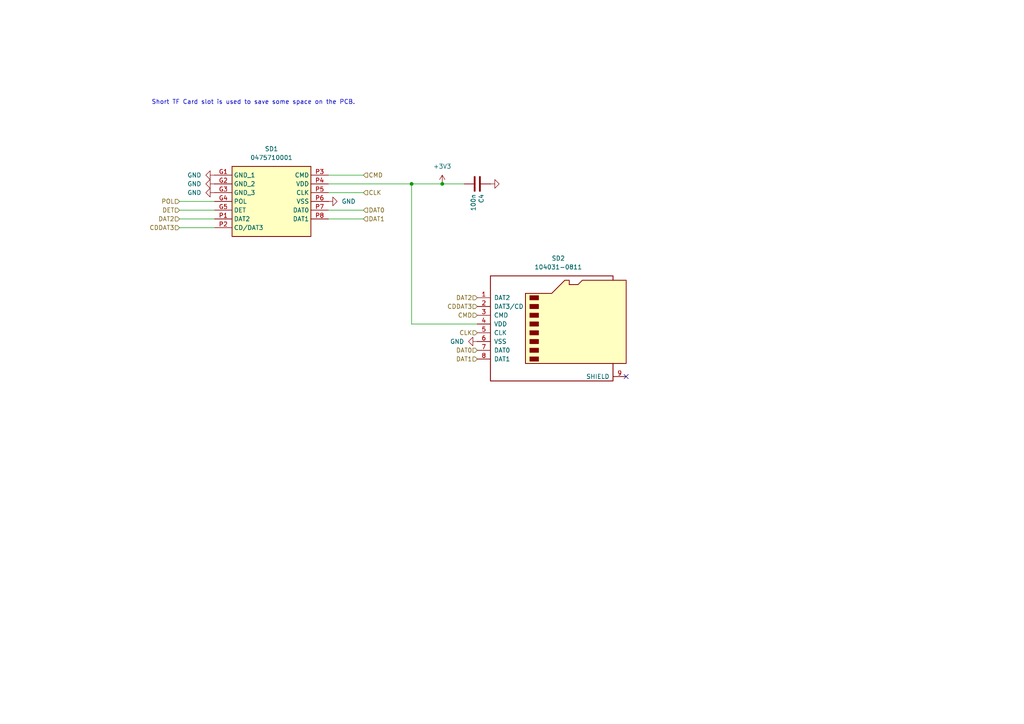
<source format=kicad_sch>
(kicad_sch (version 20250114) (generator "eeschema") (generator_version "9.0")
  (paper "A4")
  (title_block (title "FRANK M1") (date "2025-03-03") (rev "1.14") (company "Mikhail Matveev") (comment 1 "https://github.com/xtremespb/frank"))
  (lib_symbols
    (symbol "Connector:Micro_SD_Card" (pin_names (offset 1.016))
      (property "Reference" "J" (at -16.51 15.24 0))
      (property "Value" "Micro_SD_Card" (at 16.51 15.24 0))
      (symbol "Micro_SD_Card_0_1"
        (polyline (pts (xy -8.89 -11.43) (xy -8.89 8.89) (xy -1.27 8.89) (xy 2.54 12.7) (xy 3.81 12.7) (xy 3.81 11.43) (xy 6.35 11.43) (xy 7.62 12.7) (xy 20.32 12.7) (xy 20.32 -11.43) (xy -8.89 -11.43)) (stroke (width 0.254)) (fill (type background)))
        (rectangle (start -7.62 8.255) (end -5.08 6.985) (fill (type outline)))
        (rectangle (start -7.62 5.715) (end -5.08 4.445) (fill (type outline)))
        (rectangle (start -7.62 3.175) (end -5.08 1.905) (fill (type outline)))
        (rectangle (start -7.62 0.635) (end -5.08 -0.635) (fill (type outline)))
        (rectangle (start -7.62 -1.905) (end -5.08 -3.175) (fill (type outline)))
        (rectangle (start -7.62 -4.445) (end -5.08 -5.715) (fill (type outline)))
        (rectangle (start -7.62 -6.985) (end -5.08 -8.255) (fill (type outline)))
        (rectangle (start -7.62 -9.525) (end -5.08 -10.795) (fill (type outline)))
        (polyline (pts (xy 16.51 12.7) (xy 16.51 13.97) (xy -19.05 13.97) (xy -19.05 -16.51) (xy 16.51 -16.51) (xy 16.51 -11.43)) (stroke (width 0.254)))
      )
      (symbol "Micro_SD_Card_1_1"
        (pin bidirectional line (at -22.86 7.62 0) (length 3.81) (name "DAT2") (number "1"))
        (pin bidirectional line (at -22.86 5.08 0) (length 3.81) (name "DAT3/CD") (number "2"))
        (pin input line (at -22.86 2.54 0) (length 3.81) (name "CMD") (number "3"))
        (pin power_in line (at -22.86 0 0) (length 3.81) (name "VDD") (number "4"))
        (pin input line (at -22.86 -2.54 0) (length 3.81) (name "CLK") (number "5"))
        (pin power_in line (at -22.86 -5.08 0) (length 3.81) (name "VSS") (number "6"))
        (pin bidirectional line (at -22.86 -7.62 0) (length 3.81) (name "DAT0") (number "7"))
        (pin bidirectional line (at -22.86 -10.16 0) (length 3.81) (name "DAT1") (number "8"))
        (pin passive line (at 20.32 -15.24 180) (length 3.81) (name "SHIELD") (number "9"))
      )
    )
    (symbol "Device:C" (pin_numbers (hide yes)) (pin_names (offset 0.254))
      (property "Reference" "C" (at 0.635 2.54 0))
      (property "Value" "C" (at 0.635 -2.54 0))
      (symbol "C_0_1"
        (polyline (pts (xy -2.032 0.762) (xy 2.032 0.762)) (stroke (width 0.508)))
        (polyline (pts (xy -2.032 -0.762) (xy 2.032 -0.762)) (stroke (width 0.508)))
      )
      (symbol "C_1_1"
        (pin passive line (at 0 3.81 270) (length 2.794) (name "~") (number "1"))
        (pin passive line (at 0 -3.81 90) (length 2.794) (name "~") (number "2"))
      )
    )
    (symbol "FRANK:MicroSD_Short"
      (property "Reference" "SD1" (at 16.51 7.62 0))
      (property "Value" "MicroSD_Short" (at 16.51 5.08 0))
      (symbol "MicroSD_Short_1_1"
        (rectangle (start 5.08 2.54) (end 27.94 -17.78) (stroke (width 0.254)) (fill (type background)))
        (pin passive line (at 0 0 0) (length 5.08) (name "GND_1") (number "G1"))
        (pin passive line (at 0 -2.54 0) (length 5.08) (name "GND_2") (number "G2"))
        (pin passive line (at 0 -5.08 0) (length 5.08) (name "GND_3") (number "G3"))
        (pin passive line (at 0 -7.62 0) (length 5.08) (name "POL") (number "G4"))
        (pin passive line (at 0 -10.16 0) (length 5.08) (name "DET") (number "G5"))
        (pin passive line (at 0 -12.7 0) (length 5.08) (name "DAT2") (number "P1"))
        (pin passive line (at 0 -15.24 0) (length 5.08) (name "CD/DAT3") (number "P2"))
        (pin passive line (at 33.02 0 180) (length 5.08) (name "CMD") (number "P3"))
        (pin passive line (at 33.02 -2.54 180) (length 5.08) (name "VDD") (number "P4"))
        (pin passive line (at 33.02 -5.08 180) (length 5.08) (name "CLK") (number "P5"))
        (pin passive line (at 33.02 -7.62 180) (length 5.08) (name "VSS") (number "P6"))
        (pin passive line (at 33.02 -10.16 180) (length 5.08) (name "DAT0") (number "P7"))
        (pin passive line (at 33.02 -12.7 180) (length 5.08) (name "DAT1") (number "P8"))
      )
    )
    (symbol "GND_1" (power) (pin_numbers (hide yes)) (pin_names (offset 0) (hide yes))
      (property "Value" "GND" (at 0 -3.81 0))
      (symbol "GND_1_0_1"
        (polyline (pts (xy 0 0) (xy 0 -1.27) (xy 1.27 -1.27) (xy 0 -2.54) (xy -1.27 -1.27) (xy 0 -1.27)))
      )
      (symbol "GND_1_1_1"
        (pin power_in line (at 0 0 270) (length 0) (name "~") (number "1"))
      )
    )
    (symbol "power:+3V3" (power) (pin_numbers (hide yes)) (pin_names (offset 0) (hide yes))
      (property "Value" "+3V3" (at 0 3.556 0))
      (symbol "+3V3_0_1"
        (polyline (pts (xy -0.762 1.27) (xy 0 2.54)))
        (polyline (pts (xy 0 2.54) (xy 0.762 1.27)))
        (polyline (pts (xy 0 0) (xy 0 2.54)))
      )
      (symbol "+3V3_1_1"
        (pin power_in line (at 0 0 90) (length 0) (name "~") (number "1"))
      )
    )
    (symbol "power:GND" (power) (pin_numbers (hide yes)) (pin_names (offset 0) (hide yes))
      (property "Value" "GND" (at 0 -3.81 0))
      (symbol "GND_0_1"
        (polyline (pts (xy 0 0) (xy 0 -1.27) (xy 1.27 -1.27) (xy 0 -2.54) (xy -1.27 -1.27) (xy 0 -1.27)))
      )
      (symbol "GND_1_1"
        (pin power_in line (at 0 0 270) (length 0) (name "~") (number "1"))
      )
    )
  )
  (text "Short TF Card slot is used to save some space on the PCB." (at 43.942 29.718 0) (effects (font (size 1.27 1.27)) (justify left)))
  (junction (at 128.27 53.34))
  (junction (at 119.38 53.34))
  (no_connect (at 181.61 109.22))
  (wire (pts (xy 95.25 60.96) (xy 105.41 60.96)))
  (wire (pts (xy 119.38 93.98) (xy 119.38 53.34)))
  (wire (pts (xy 95.25 63.5) (xy 105.41 63.5)))
  (wire (pts (xy 52.07 66.04) (xy 62.23 66.04)))
  (wire (pts (xy 52.07 63.5) (xy 62.23 63.5)))
  (wire (pts (xy 95.25 50.8) (xy 105.41 50.8)))
  (wire (pts (xy 128.27 53.34) (xy 134.62 53.34)))
  (wire (pts (xy 95.25 55.88) (xy 105.41 55.88)))
  (wire (pts (xy 138.43 93.98) (xy 119.38 93.98)))
  (wire (pts (xy 52.07 58.42) (xy 62.23 58.42)))
  (wire (pts (xy 95.25 53.34) (xy 119.38 53.34)))
  (wire (pts (xy 119.38 53.34) (xy 128.27 53.34)))
  (wire (pts (xy 52.07 60.96) (xy 62.23 60.96)))
  (hierarchical_label "CLK" (shape input) (at 105.41 55.88 0))
  (hierarchical_label "DAT0" (shape input) (at 105.41 60.96 0))
  (hierarchical_label "CMD" (shape input) (at 138.43 91.44 180))
  (hierarchical_label "DAT1" (shape input) (at 105.41 63.5 0))
  (hierarchical_label "DAT2" (shape input) (at 138.43 86.36 180))
  (hierarchical_label "DET" (shape input) (at 52.07 60.96 180))
  (hierarchical_label "DAT0" (shape input) (at 138.43 101.6 180))
  (hierarchical_label "DAT1" (shape input) (at 138.43 104.14 180))
  (hierarchical_label "CDDAT3" (shape input) (at 138.43 88.9 180))
  (hierarchical_label "CDDAT3" (shape input) (at 52.07 66.04 180))
  (hierarchical_label "DAT2" (shape input) (at 52.07 63.5 180))
  (hierarchical_label "POL" (shape input) (at 52.07 58.42 180))
  (hierarchical_label "CLK" (shape input) (at 138.43 96.52 180))
  (hierarchical_label "CMD" (shape input) (at 105.41 50.8 0))
  (symbol (lib_id "Device:C") (at 138.43 53.34 270) (unit 1)
    (property "Reference" "C4" (at 139.5984 56.261 0) (effects (justify left)))
    (property "Value" "100n" (at 137.287 56.261 0) (effects (justify left)))
    (property "Footprint" "FRANK:Capacitor (0805)" (effects (hide yes)))
    (property "Datasheet" "https://eu.mouser.com/datasheet/2/40/KGM_X7R-3223212.pdf" (effects (hide yes)))
    (property "AliExpress" "https://www.aliexpress.com/item/33008008276.html" (effects (hide yes)))
  )
  (symbol (lib_id "power:+3V3") (at 128.27 53.34 0) (unit 1)
    (property "Reference" "#PWR025" (effects (hide yes)))
    (property "Value" "+3V3" (at 128.27 48.26 0))
    (property "Description" "Power symbol creates a global label with name \"+3V3\"" (effects (hide yes)))
  )
  (symbol (lib_id "power:GND") (at 142.24 53.34 90) (unit 1)
    (property "Reference" "#PWR026" (effects (hide yes)))
    (property "Value" "GND" (effects (hide yes)))
    (property "Description" "Power symbol creates a global label with name \"GND\" , ground" (effects (hide yes)))
  )
  (symbol (lib_name "GND_1") (lib_id "power:GND") (at 62.23 53.34 270) (unit 1)
    (property "Reference" "#PWR024" (effects (hide yes)))
    (property "Value" "GND" (at 58.42 53.3399 90) (effects (justify right)))
    (property "Description" "Power symbol creates a global label with name \"GND\" , ground" (effects (hide yes)))
  )
  (symbol (lib_id "FRANK:MicroSD_Short") (at 62.23 50.8 0) (unit 1)
    (property "Reference" "SD1" (at 78.74 43.18 0))
    (property "Value" "0475710001" (at 78.74 45.72 0))
    (property "Footprint" "FRANK:MicroSD (SMD, short)" (effects (hide yes)))
    (property "Datasheet" "https://componentsearchengine.com/Datasheets/2/47571-0001.pdf" (effects (hide yes)))
    (property "Description" "Memory Card Connectors ASSY FOR TFR HEADER HEADER W/DETECT PIN" (effects (hide yes)))
    (property "Height" "2.3" (effects (hide yes)))
    (property "Mouser Part Number" "538-47571-0001" (effects (hide yes)))
    (property "Mouser Price/Stock" "https://www.mouser.co.uk/ProductDetail/Molex/47571-0001?qs=qM7ngqbhX5UTJOg9nqKLJQ%3D%3D" (effects (hide yes)))
    (property "Manufacturer_Name" "Molex" (effects (hide yes)))
    (property "Manufacturer_Part_Number" "47571-0001" (effects (hide yes)))
    (property "AliExpress" "https://www.aliexpress.com/item/1005005302426366.html" (effects (hide yes)))
  )
  (symbol (lib_name "GND_1") (lib_id "power:GND") (at 95.25 58.42 90) (unit 1)
    (property "Reference" "#PWR028" (effects (hide yes)))
    (property "Value" "GND" (at 99.06 58.4199 90) (effects (justify right)))
    (property "Description" "Power symbol creates a global label with name \"GND\" , ground" (effects (hide yes)))
  )
  (symbol (lib_id "power:GND") (at 138.43 99.06 270) (unit 1)
    (property "Reference" "#PWR029" (effects (hide yes)))
    (property "Value" "GND" (at 134.62 99.0599 90) (effects (justify right)))
  )
  (symbol (lib_id "Connector:Micro_SD_Card") (at 161.29 93.98 0) (unit 1)
    (property "Reference" "SD2" (at 161.925 74.93 0))
    (property "Value" "104031-0811" (at 161.925 77.47 0))
    (property "Footprint" "FRANK:MicroSD (SMD, long)" (effects (hide yes)))
    (property "Datasheet" "https://www.we-online.com/components/products/datasheet/693072010801.pdf" (effects (hide yes)))
    (property "Description" "Micro SD Card Socket" (effects (hide yes)))
    (property "AliExpress" "https://www.aliexpress.com/item/1005004214252441.html" (effects (hide yes)))
  )
  (symbol (lib_name "GND_1") (lib_id "power:GND") (at 62.23 55.88 270) (unit 1)
    (property "Reference" "#PWR027" (effects (hide yes)))
    (property "Value" "GND" (at 58.42 55.8799 90) (effects (justify right)))
    (property "Description" "Power symbol creates a global label with name \"GND\" , ground" (effects (hide yes)))
  )
  (symbol (lib_name "GND_1") (lib_id "power:GND") (at 62.23 50.8 270) (unit 1)
    (property "Reference" "#PWR023" (effects (hide yes)))
    (property "Value" "GND" (at 58.42 50.7999 90) (effects (justify right)))
    (property "Description" "Power symbol creates a global label with name \"GND\" , ground" (effects (hide yes)))
  )
)
</source>
